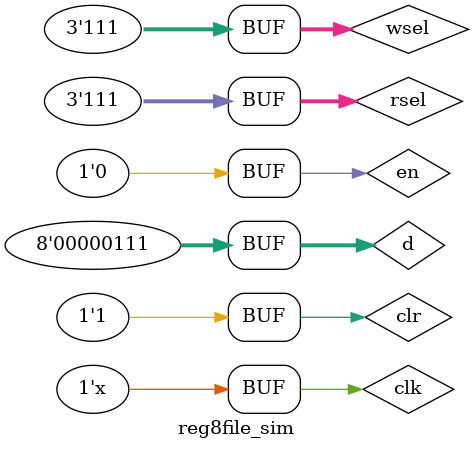
<source format=v>
`timescale 1ns/1ps

module reg8file_sim();

	reg clk;
	reg clr;
	reg en;
	reg [7:0]d;
	reg [2:0] wsel;
	reg [2:0] rsel;
	wire [7:0]q;
	
	reg8file reg_sim(.clk(clk),.clr(clr),.en(en),.d(d),.wsel(wsel),.rsel(rsel),.q(q));
	
	initial begin
		clk=1'b0;clr=1'b1;en=1'b0;d=8'd0;wsel=3'd0;rsel=3'd0;
		#10 clr=1'b0;en=1'b1;d=8'd0;wsel=3'd0;
		#10 d=8'd1;wsel=3'd1;
		#10 d=8'd2;wsel=3'd2;
		#10 d=8'd3;wsel=3'd3;
		#10 d=8'd4;wsel=3'd4;
		#10 d=8'd5;wsel=3'd5;
		#10 d=8'd6;wsel=3'd6;
		#10 d=8'd7;wsel=3'd7;
		#10 en=1'b0;rsel=3'd0;
		#10 rsel=3'd1;	
		#10 rsel=3'd2;
		#10 rsel=3'd3;
		#10 rsel=3'd4;
		#10 rsel=3'd5;	
		#10 rsel=3'd6;
		#10 rsel=3'd7;
		#10 clr=1'b1;
	end
	
	always #5 clk=~clk;

endmodule
</source>
